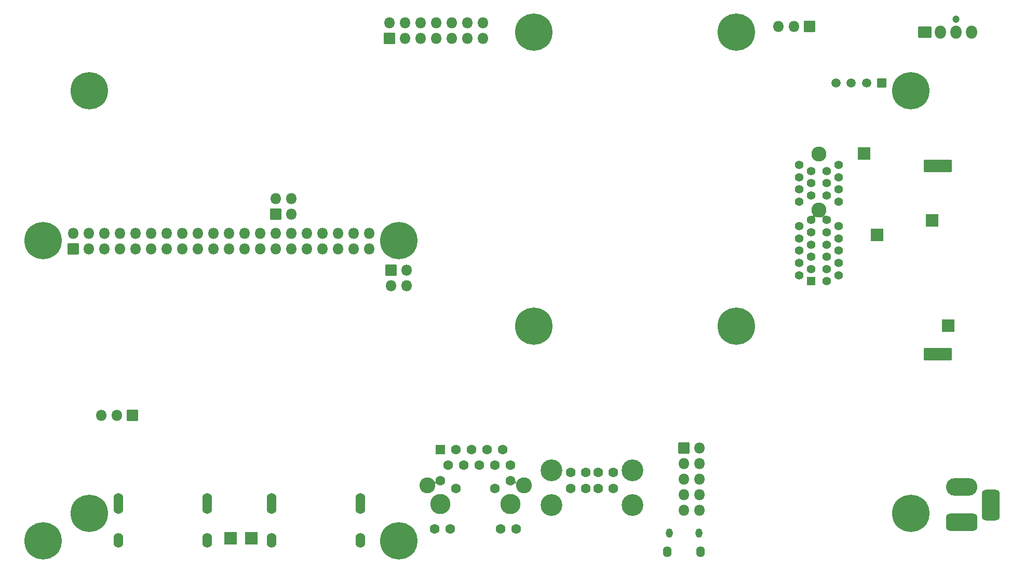
<source format=gbr>
G04 #@! TF.GenerationSoftware,KiCad,Pcbnew,(5.99.0-6751-g76ac8b5acf)*
G04 #@! TF.CreationDate,2021-04-16T13:45:55+01:00*
G04 #@! TF.ProjectId,CM4IOv5,434d3449-4f76-4352-9e6b-696361645f70,rev?*
G04 #@! TF.SameCoordinates,Original*
G04 #@! TF.FileFunction,Soldermask,Bot*
G04 #@! TF.FilePolarity,Negative*
%FSLAX46Y46*%
G04 Gerber Fmt 4.6, Leading zero omitted, Abs format (unit mm)*
G04 Created by KiCad (PCBNEW (5.99.0-6751-g76ac8b5acf)) date 2021-04-16 13:45:55*
%MOMM*%
%LPD*%
G01*
G04 APERTURE LIST*
G04 Aperture macros list*
%AMRoundRect*
0 Rectangle with rounded corners*
0 $1 Rounding radius*
0 $2 $3 $4 $5 $6 $7 $8 $9 X,Y pos of 4 corners*
0 Add a 4 corners polygon primitive as box body*
4,1,4,$2,$3,$4,$5,$6,$7,$8,$9,$2,$3,0*
0 Add four circle primitives for the rounded corners*
1,1,$1+$1,$2,$3,0*
1,1,$1+$1,$4,$5,0*
1,1,$1+$1,$6,$7,0*
1,1,$1+$1,$8,$9,0*
0 Add four rect primitives between the rounded corners*
20,1,$1+$1,$2,$3,$4,$5,0*
20,1,$1+$1,$4,$5,$6,$7,0*
20,1,$1+$1,$6,$7,$8,$9,0*
20,1,$1+$1,$8,$9,$2,$3,0*%
G04 Aperture macros list end*
%ADD10RoundRect,0.051000X-0.850000X0.850000X-0.850000X-0.850000X0.850000X-0.850000X0.850000X0.850000X0*%
%ADD11O,1.802000X1.802000*%
%ADD12RoundRect,0.051000X0.850000X-0.850000X0.850000X0.850000X-0.850000X0.850000X-0.850000X-0.850000X0*%
%ADD13RoundRect,0.051000X-0.850000X-0.850000X0.850000X-0.850000X0.850000X0.850000X-0.850000X0.850000X0*%
%ADD14O,1.402000X1.802000*%
%ADD15O,1.102000X1.502000*%
%ADD16O,5.102000X2.902000*%
%ADD17RoundRect,0.725500X1.825500X-0.725500X1.825500X0.725500X-1.825500X0.725500X-1.825500X-0.725500X0*%
%ADD18RoundRect,0.725500X0.725500X-1.825500X0.725500X1.825500X-0.725500X1.825500X-0.725500X-1.825500X0*%
%ADD19C,3.302000*%
%ADD20RoundRect,0.267534X-0.533466X-0.533466X0.533466X-0.533466X0.533466X0.533466X-0.533466X0.533466X0*%
%ADD21C,1.602000*%
%ADD22C,2.602000*%
%ADD23O,1.602000X3.402000*%
%ADD24O,1.602000X2.402000*%
%ADD25C,3.552000*%
%ADD26C,1.202000*%
%ADD27RoundRect,0.051000X-1.015000X-0.865000X1.015000X-0.865000X1.015000X0.865000X-1.015000X0.865000X0*%
%ADD28O,1.832000X2.132000*%
%ADD29C,6.100000*%
%ADD30RoundRect,0.100000X2.200000X-0.900000X2.200000X0.900000X-2.200000X0.900000X-2.200000X-0.900000X0*%
%ADD31RoundRect,0.051000X0.704000X0.704000X-0.704000X0.704000X-0.704000X-0.704000X0.704000X-0.704000X0*%
%ADD32C,1.510000*%
%ADD33C,2.452000*%
%ADD34RoundRect,0.051000X0.650000X-0.650000X0.650000X0.650000X-0.650000X0.650000X-0.650000X-0.650000X0*%
%ADD35C,1.402000*%
%ADD36RoundRect,0.051000X-1.000000X-1.000000X1.000000X-1.000000X1.000000X1.000000X-1.000000X1.000000X0*%
G04 APERTURE END LIST*
D10*
X97040000Y-136000000D03*
D11*
X94500000Y-136000000D03*
X91960000Y-136000000D03*
D12*
X87370000Y-108820000D03*
D11*
X87370000Y-106280000D03*
X89910000Y-108820000D03*
X89910000Y-106280000D03*
X92450000Y-108820000D03*
X92450000Y-106280000D03*
X94990000Y-108820000D03*
X94990000Y-106280000D03*
X97530000Y-108820000D03*
X97530000Y-106280000D03*
X100070000Y-108820000D03*
X100070000Y-106280000D03*
X102610000Y-108820000D03*
X102610000Y-106280000D03*
X105150000Y-108820000D03*
X105150000Y-106280000D03*
X107690000Y-108820000D03*
X107690000Y-106280000D03*
X110230000Y-108820000D03*
X110230000Y-106280000D03*
X112770000Y-108820000D03*
X112770000Y-106280000D03*
X115310000Y-108820000D03*
X115310000Y-106280000D03*
X117850000Y-108820000D03*
X117850000Y-106280000D03*
X120390000Y-108820000D03*
X120390000Y-106280000D03*
X122930000Y-108820000D03*
X122930000Y-106280000D03*
X125470000Y-108820000D03*
X125470000Y-106280000D03*
X128010000Y-108820000D03*
X128010000Y-106280000D03*
X130550000Y-108820000D03*
X130550000Y-106280000D03*
X133090000Y-108820000D03*
X133090000Y-106280000D03*
X135630000Y-108820000D03*
X135630000Y-106280000D03*
D13*
X187000000Y-141400000D03*
D11*
X189540000Y-141400000D03*
X187000000Y-143940000D03*
X189540000Y-143940000D03*
X187000000Y-146480000D03*
X189540000Y-146480000D03*
X187000000Y-149020000D03*
X189540000Y-149020000D03*
X187000000Y-151560000D03*
X189540000Y-151560000D03*
D13*
X139230000Y-112370000D03*
D11*
X141770000Y-112370000D03*
X139230000Y-114910000D03*
X141770000Y-114910000D03*
D14*
X189725000Y-158300000D03*
D15*
X184575000Y-155270000D03*
D14*
X184275000Y-158300000D03*
D15*
X189425000Y-155270000D03*
D16*
X232250000Y-147700000D03*
D17*
X232250000Y-153500000D03*
D18*
X237050000Y-150700000D03*
D19*
X147285000Y-150500000D03*
X158715000Y-150500000D03*
D20*
X147285000Y-141610000D03*
D21*
X148555000Y-144150000D03*
X149825000Y-141610000D03*
X151095000Y-144150000D03*
X152365000Y-141610000D03*
X153635000Y-144150000D03*
X154905000Y-141610000D03*
X156175000Y-144150000D03*
X157445000Y-141610000D03*
X158715000Y-144150000D03*
X147285000Y-146670000D03*
X149825000Y-147940000D03*
X156175000Y-147940000D03*
X158715000Y-146670000D03*
X146370000Y-154560000D03*
X148910000Y-154560000D03*
X157090000Y-154560000D03*
X159630000Y-154560000D03*
D22*
X145125000Y-147450000D03*
X160875000Y-147450000D03*
D23*
X134250000Y-150450000D03*
X119750000Y-150450000D03*
D24*
X119750000Y-156410000D03*
X134250000Y-156410000D03*
D23*
X109250000Y-150450000D03*
X94750000Y-150450000D03*
D24*
X94750000Y-156410000D03*
X109250000Y-156410000D03*
D21*
X168500000Y-145370000D03*
X171000000Y-145370000D03*
X173000000Y-145370000D03*
X175500000Y-145370000D03*
X168500000Y-147990000D03*
X171000000Y-147990000D03*
X173000000Y-147990000D03*
X175500000Y-147990000D03*
D25*
X165430000Y-150700000D03*
X178570000Y-150700000D03*
X165430000Y-145020000D03*
X178570000Y-145020000D03*
D26*
X231380000Y-71340000D03*
D27*
X226300000Y-73500000D03*
D28*
X228840000Y-73500000D03*
X231380000Y-73500000D03*
X233920000Y-73500000D03*
D29*
X90000000Y-152000000D03*
X82500000Y-156500000D03*
X82500000Y-107500000D03*
X140500000Y-156500000D03*
X140500000Y-107500000D03*
X224000000Y-83000000D03*
X90000000Y-83000000D03*
X224000000Y-152000000D03*
D30*
X228400000Y-95350000D03*
D31*
X219250000Y-81750000D03*
D32*
X216750000Y-81750000D03*
X214250000Y-81750000D03*
X211750000Y-81750000D03*
D12*
X120400000Y-103200000D03*
D11*
X120400000Y-100660000D03*
X122940000Y-103200000D03*
X122940000Y-100660000D03*
D12*
X139000000Y-74500000D03*
D11*
X139000000Y-71960000D03*
X141540000Y-74500000D03*
X141540000Y-71960000D03*
X144080000Y-74500000D03*
X144080000Y-71960000D03*
X146620000Y-74500000D03*
X146620000Y-71960000D03*
X149160000Y-74500000D03*
X149160000Y-71960000D03*
X151700000Y-74500000D03*
X151700000Y-71960000D03*
X154240000Y-74500000D03*
X154240000Y-71960000D03*
D10*
X207500000Y-72500000D03*
D11*
X204960000Y-72500000D03*
X202420000Y-72500000D03*
D30*
X228350000Y-126062500D03*
D33*
X209000000Y-102500000D03*
X209000000Y-93350000D03*
D34*
X207750000Y-114150000D03*
D35*
X205750000Y-113150000D03*
X207750000Y-112150000D03*
X205750000Y-111150000D03*
X207750000Y-110150000D03*
X205750000Y-109150000D03*
X207750000Y-108150000D03*
X205750000Y-107150000D03*
X207750000Y-106150000D03*
X205750000Y-105150000D03*
X207750000Y-104150000D03*
X205750000Y-101150000D03*
X207750000Y-100150000D03*
X205750000Y-99150000D03*
X207750000Y-98150000D03*
X205750000Y-97150000D03*
X207750000Y-96150000D03*
X205750000Y-95150000D03*
X210250000Y-114150000D03*
X212250000Y-113150000D03*
X210250000Y-112150000D03*
X212250000Y-111150000D03*
X210250000Y-110150000D03*
X212250000Y-109150000D03*
X210250000Y-108150000D03*
X212250000Y-107150000D03*
X210250000Y-106150000D03*
X212250000Y-105150000D03*
X210250000Y-104150000D03*
X212250000Y-101150000D03*
X210250000Y-100150000D03*
X212250000Y-99150000D03*
X210250000Y-98150000D03*
X212250000Y-97150000D03*
X210250000Y-96150000D03*
X212250000Y-95150000D03*
D29*
X195500000Y-73500000D03*
X162500000Y-121500000D03*
X162500000Y-73500000D03*
X195500000Y-121500000D03*
D36*
X218450000Y-106600000D03*
X227450000Y-104200000D03*
X230100000Y-121350000D03*
X216400000Y-93300000D03*
X116411606Y-156100000D03*
X113100000Y-156100000D03*
G36*
X146486116Y-146665987D02*
G01*
X146486930Y-146667410D01*
X146493936Y-146738867D01*
X146493347Y-146740165D01*
X146493365Y-146740167D01*
X146494205Y-146741608D01*
X146503472Y-146836116D01*
X146559697Y-147005137D01*
X146644590Y-147145312D01*
X146644632Y-147147312D01*
X146642921Y-147148348D01*
X146641393Y-147147686D01*
X146636048Y-147141749D01*
X146635802Y-147141411D01*
X146634185Y-147138611D01*
X146627433Y-147132173D01*
X146627362Y-147132100D01*
X146627357Y-147132100D01*
X146583845Y-147090612D01*
X146515837Y-147077505D01*
X146451540Y-147103247D01*
X146411370Y-147159659D01*
X146408450Y-147226655D01*
X146407376Y-147228342D01*
X146405378Y-147228255D01*
X146404460Y-147226742D01*
X146404259Y-147224436D01*
X146345653Y-147005719D01*
X146259508Y-146820980D01*
X146259683Y-146818988D01*
X146261495Y-146818143D01*
X146263000Y-146819049D01*
X146264481Y-146821338D01*
X146317187Y-146866730D01*
X146385768Y-146876379D01*
X146448681Y-146847419D01*
X146486002Y-146788958D01*
X146490223Y-146741625D01*
X146490930Y-146740619D01*
X146489957Y-146739271D01*
X146482699Y-146670209D01*
X146482699Y-146669791D01*
X146482951Y-146667396D01*
X146484127Y-146665778D01*
X146486116Y-146665987D01*
G37*
G36*
X159509987Y-146740110D02*
G01*
X159510723Y-146741326D01*
X159522667Y-146806633D01*
X159569983Y-146857211D01*
X159637130Y-146874178D01*
X159702814Y-146852142D01*
X159735122Y-146813630D01*
X159737781Y-146813263D01*
X159737837Y-146813301D01*
X159743687Y-146804725D01*
X159745489Y-146803858D01*
X159747141Y-146804985D01*
X159747152Y-146806697D01*
X159654347Y-147005719D01*
X159598630Y-147213655D01*
X159597216Y-147215069D01*
X159595284Y-147214551D01*
X159594730Y-147213493D01*
X159582304Y-147144866D01*
X159535077Y-147094205D01*
X159467960Y-147077121D01*
X159402193Y-147099057D01*
X159365793Y-147138647D01*
X159364197Y-147141412D01*
X159363951Y-147141750D01*
X159347457Y-147160068D01*
X159345555Y-147160686D01*
X159344069Y-147159348D01*
X159344305Y-147157623D01*
X159425633Y-147035215D01*
X159488885Y-146868701D01*
X159506775Y-146741408D01*
X159508007Y-146739832D01*
X159509987Y-146740110D01*
G37*
G36*
X209979373Y-103232217D02*
G01*
X209979147Y-103234093D01*
X209944192Y-103283921D01*
X209921907Y-103349814D01*
X209938709Y-103417002D01*
X209989103Y-103464377D01*
X210077744Y-103473278D01*
X210137509Y-103456815D01*
X210137935Y-103456746D01*
X210150929Y-103456065D01*
X210152711Y-103456973D01*
X210152816Y-103458970D01*
X210151501Y-103460007D01*
X210006351Y-103494854D01*
X209857114Y-103571882D01*
X209730551Y-103682288D01*
X209646102Y-103802448D01*
X209644288Y-103803290D01*
X209642652Y-103802140D01*
X209642653Y-103800453D01*
X209648549Y-103787809D01*
X209658993Y-103719043D01*
X209630722Y-103655817D01*
X209572837Y-103617964D01*
X209483226Y-103625041D01*
X209440069Y-103645951D01*
X209439753Y-103646072D01*
X209386624Y-103661457D01*
X209384682Y-103660978D01*
X209384126Y-103659057D01*
X209385361Y-103657665D01*
X209532720Y-103601983D01*
X209719444Y-103490231D01*
X209883430Y-103347177D01*
X209975949Y-103231694D01*
X209977813Y-103230967D01*
X209979373Y-103232217D01*
G37*
G36*
X208048919Y-103262829D02*
G01*
X208125492Y-103356383D01*
X208290965Y-103497710D01*
X208478852Y-103607502D01*
X208495745Y-103613684D01*
X208497028Y-103615218D01*
X208496341Y-103617096D01*
X208494839Y-103617550D01*
X208435343Y-103610995D01*
X208373328Y-103641835D01*
X208337896Y-103701199D01*
X208351227Y-103792958D01*
X208350487Y-103794816D01*
X208348507Y-103795104D01*
X208347600Y-103794379D01*
X208274316Y-103687751D01*
X208148924Y-103576031D01*
X208000493Y-103497441D01*
X207888448Y-103469297D01*
X207887012Y-103467905D01*
X207887499Y-103465965D01*
X207889262Y-103465384D01*
X207937132Y-103473309D01*
X208006177Y-103464875D01*
X208059470Y-103420645D01*
X208080373Y-103354681D01*
X208053884Y-103275589D01*
X208045800Y-103265334D01*
X208045513Y-103263355D01*
X208047084Y-103262117D01*
X208048919Y-103262829D01*
G37*
M02*

</source>
